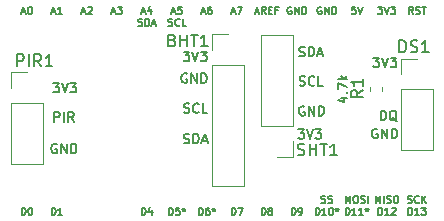
<source format=gbr>
G04 #@! TF.GenerationSoftware,KiCad,Pcbnew,5.1.5*
G04 #@! TF.CreationDate,2019-12-05T19:55:23+01:00*
G04 #@! TF.ProjectId,tiny328room,74696e79-3332-4387-926f-6f6d2e6b6963,rev?*
G04 #@! TF.SameCoordinates,Original*
G04 #@! TF.FileFunction,Legend,Top*
G04 #@! TF.FilePolarity,Positive*
%FSLAX46Y46*%
G04 Gerber Fmt 4.6, Leading zero omitted, Abs format (unit mm)*
G04 Created by KiCad (PCBNEW 5.1.5) date 2019-12-05 19:55:23*
%MOMM*%
%LPD*%
G04 APERTURE LIST*
%ADD10C,0.150000*%
%ADD11C,0.120000*%
G04 APERTURE END LIST*
D10*
X142500428Y-82835704D02*
X142500428Y-82035704D01*
X142690904Y-82035704D01*
X142805190Y-82073800D01*
X142881380Y-82149990D01*
X142919476Y-82226180D01*
X142957571Y-82378561D01*
X142957571Y-82492847D01*
X142919476Y-82645228D01*
X142881380Y-82721419D01*
X142805190Y-82797609D01*
X142690904Y-82835704D01*
X142500428Y-82835704D01*
X143833761Y-82911895D02*
X143757571Y-82873800D01*
X143681380Y-82797609D01*
X143567095Y-82683323D01*
X143490904Y-82645228D01*
X143414714Y-82645228D01*
X143452809Y-82835704D02*
X143376619Y-82797609D01*
X143300428Y-82721419D01*
X143262333Y-82569038D01*
X143262333Y-82302371D01*
X143300428Y-82149990D01*
X143376619Y-82073800D01*
X143452809Y-82035704D01*
X143605190Y-82035704D01*
X143681380Y-82073800D01*
X143757571Y-82149990D01*
X143795666Y-82302371D01*
X143795666Y-82569038D01*
X143757571Y-82721419D01*
X143681380Y-82797609D01*
X143605190Y-82835704D01*
X143452809Y-82835704D01*
X125825371Y-84778809D02*
X125939657Y-84816904D01*
X126130133Y-84816904D01*
X126206323Y-84778809D01*
X126244419Y-84740714D01*
X126282514Y-84664523D01*
X126282514Y-84588333D01*
X126244419Y-84512142D01*
X126206323Y-84474047D01*
X126130133Y-84435952D01*
X125977752Y-84397857D01*
X125901561Y-84359761D01*
X125863466Y-84321666D01*
X125825371Y-84245476D01*
X125825371Y-84169285D01*
X125863466Y-84093095D01*
X125901561Y-84055000D01*
X125977752Y-84016904D01*
X126168228Y-84016904D01*
X126282514Y-84055000D01*
X126625371Y-84816904D02*
X126625371Y-84016904D01*
X126815847Y-84016904D01*
X126930133Y-84055000D01*
X127006323Y-84131190D01*
X127044419Y-84207380D01*
X127082514Y-84359761D01*
X127082514Y-84474047D01*
X127044419Y-84626428D01*
X127006323Y-84702619D01*
X126930133Y-84778809D01*
X126815847Y-84816904D01*
X126625371Y-84816904D01*
X127387276Y-84588333D02*
X127768228Y-84588333D01*
X127311085Y-84816904D02*
X127577752Y-84016904D01*
X127844419Y-84816904D01*
X135604371Y-77412809D02*
X135718657Y-77450904D01*
X135909133Y-77450904D01*
X135985323Y-77412809D01*
X136023419Y-77374714D01*
X136061514Y-77298523D01*
X136061514Y-77222333D01*
X136023419Y-77146142D01*
X135985323Y-77108047D01*
X135909133Y-77069952D01*
X135756752Y-77031857D01*
X135680561Y-76993761D01*
X135642466Y-76955666D01*
X135604371Y-76879476D01*
X135604371Y-76803285D01*
X135642466Y-76727095D01*
X135680561Y-76689000D01*
X135756752Y-76650904D01*
X135947228Y-76650904D01*
X136061514Y-76689000D01*
X136404371Y-77450904D02*
X136404371Y-76650904D01*
X136594847Y-76650904D01*
X136709133Y-76689000D01*
X136785323Y-76765190D01*
X136823419Y-76841380D01*
X136861514Y-76993761D01*
X136861514Y-77108047D01*
X136823419Y-77260428D01*
X136785323Y-77336619D01*
X136709133Y-77412809D01*
X136594847Y-77450904D01*
X136404371Y-77450904D01*
X137166276Y-77222333D02*
X137547228Y-77222333D01*
X137090085Y-77450904D02*
X137356752Y-76650904D01*
X137623419Y-77450904D01*
X135623419Y-79876609D02*
X135737704Y-79914704D01*
X135928180Y-79914704D01*
X136004371Y-79876609D01*
X136042466Y-79838514D01*
X136080561Y-79762323D01*
X136080561Y-79686133D01*
X136042466Y-79609942D01*
X136004371Y-79571847D01*
X135928180Y-79533752D01*
X135775800Y-79495657D01*
X135699609Y-79457561D01*
X135661514Y-79419466D01*
X135623419Y-79343276D01*
X135623419Y-79267085D01*
X135661514Y-79190895D01*
X135699609Y-79152800D01*
X135775800Y-79114704D01*
X135966276Y-79114704D01*
X136080561Y-79152800D01*
X136880561Y-79838514D02*
X136842466Y-79876609D01*
X136728180Y-79914704D01*
X136651990Y-79914704D01*
X136537704Y-79876609D01*
X136461514Y-79800419D01*
X136423419Y-79724228D01*
X136385323Y-79571847D01*
X136385323Y-79457561D01*
X136423419Y-79305180D01*
X136461514Y-79228990D01*
X136537704Y-79152800D01*
X136651990Y-79114704D01*
X136728180Y-79114704D01*
X136842466Y-79152800D01*
X136880561Y-79190895D01*
X137604371Y-79914704D02*
X137223419Y-79914704D01*
X137223419Y-79114704D01*
X125844419Y-82188009D02*
X125958704Y-82226104D01*
X126149180Y-82226104D01*
X126225371Y-82188009D01*
X126263466Y-82149914D01*
X126301561Y-82073723D01*
X126301561Y-81997533D01*
X126263466Y-81921342D01*
X126225371Y-81883247D01*
X126149180Y-81845152D01*
X125996800Y-81807057D01*
X125920609Y-81768961D01*
X125882514Y-81730866D01*
X125844419Y-81654676D01*
X125844419Y-81578485D01*
X125882514Y-81502295D01*
X125920609Y-81464200D01*
X125996800Y-81426104D01*
X126187276Y-81426104D01*
X126301561Y-81464200D01*
X127101561Y-82149914D02*
X127063466Y-82188009D01*
X126949180Y-82226104D01*
X126872990Y-82226104D01*
X126758704Y-82188009D01*
X126682514Y-82111819D01*
X126644419Y-82035628D01*
X126606323Y-81883247D01*
X126606323Y-81768961D01*
X126644419Y-81616580D01*
X126682514Y-81540390D01*
X126758704Y-81464200D01*
X126872990Y-81426104D01*
X126949180Y-81426104D01*
X127063466Y-81464200D01*
X127101561Y-81502295D01*
X127825371Y-82226104D02*
X127444419Y-82226104D01*
X127444419Y-81426104D01*
X114871600Y-82962704D02*
X114871600Y-82162704D01*
X115176361Y-82162704D01*
X115252552Y-82200800D01*
X115290647Y-82238895D01*
X115328742Y-82315085D01*
X115328742Y-82429371D01*
X115290647Y-82505561D01*
X115252552Y-82543657D01*
X115176361Y-82581752D01*
X114871600Y-82581752D01*
X115671600Y-82962704D02*
X115671600Y-82162704D01*
X116509695Y-82962704D02*
X116243028Y-82581752D01*
X116052552Y-82962704D02*
X116052552Y-82162704D01*
X116357314Y-82162704D01*
X116433504Y-82200800D01*
X116471600Y-82238895D01*
X116509695Y-82315085D01*
X116509695Y-82429371D01*
X116471600Y-82505561D01*
X116433504Y-82543657D01*
X116357314Y-82581752D01*
X116052552Y-82581752D01*
X115062076Y-84893200D02*
X114985885Y-84855104D01*
X114871600Y-84855104D01*
X114757314Y-84893200D01*
X114681123Y-84969390D01*
X114643028Y-85045580D01*
X114604933Y-85197961D01*
X114604933Y-85312247D01*
X114643028Y-85464628D01*
X114681123Y-85540819D01*
X114757314Y-85617009D01*
X114871600Y-85655104D01*
X114947790Y-85655104D01*
X115062076Y-85617009D01*
X115100171Y-85578914D01*
X115100171Y-85312247D01*
X114947790Y-85312247D01*
X115443028Y-85655104D02*
X115443028Y-84855104D01*
X115900171Y-85655104D01*
X115900171Y-84855104D01*
X116281123Y-85655104D02*
X116281123Y-84855104D01*
X116471600Y-84855104D01*
X116585885Y-84893200D01*
X116662076Y-84969390D01*
X116700171Y-85045580D01*
X116738266Y-85197961D01*
X116738266Y-85312247D01*
X116700171Y-85464628D01*
X116662076Y-85540819D01*
X116585885Y-85617009D01*
X116471600Y-85655104D01*
X116281123Y-85655104D01*
X126085676Y-78924200D02*
X126009485Y-78886104D01*
X125895200Y-78886104D01*
X125780914Y-78924200D01*
X125704723Y-79000390D01*
X125666628Y-79076580D01*
X125628533Y-79228961D01*
X125628533Y-79343247D01*
X125666628Y-79495628D01*
X125704723Y-79571819D01*
X125780914Y-79648009D01*
X125895200Y-79686104D01*
X125971390Y-79686104D01*
X126085676Y-79648009D01*
X126123771Y-79609914D01*
X126123771Y-79343247D01*
X125971390Y-79343247D01*
X126466628Y-79686104D02*
X126466628Y-78886104D01*
X126923771Y-79686104D01*
X126923771Y-78886104D01*
X127304723Y-79686104D02*
X127304723Y-78886104D01*
X127495200Y-78886104D01*
X127609485Y-78924200D01*
X127685676Y-79000390D01*
X127723771Y-79076580D01*
X127761866Y-79228961D01*
X127761866Y-79343247D01*
X127723771Y-79495628D01*
X127685676Y-79571819D01*
X127609485Y-79648009D01*
X127495200Y-79686104D01*
X127304723Y-79686104D01*
X136017076Y-81692800D02*
X135940885Y-81654704D01*
X135826600Y-81654704D01*
X135712314Y-81692800D01*
X135636123Y-81768990D01*
X135598028Y-81845180D01*
X135559933Y-81997561D01*
X135559933Y-82111847D01*
X135598028Y-82264228D01*
X135636123Y-82340419D01*
X135712314Y-82416609D01*
X135826600Y-82454704D01*
X135902790Y-82454704D01*
X136017076Y-82416609D01*
X136055171Y-82378514D01*
X136055171Y-82111847D01*
X135902790Y-82111847D01*
X136398028Y-82454704D02*
X136398028Y-81654704D01*
X136855171Y-82454704D01*
X136855171Y-81654704D01*
X137236123Y-82454704D02*
X137236123Y-81654704D01*
X137426600Y-81654704D01*
X137540885Y-81692800D01*
X137617076Y-81768990D01*
X137655171Y-81845180D01*
X137693266Y-81997561D01*
X137693266Y-82111847D01*
X137655171Y-82264228D01*
X137617076Y-82340419D01*
X137540885Y-82416609D01*
X137426600Y-82454704D01*
X137236123Y-82454704D01*
X142214676Y-83597800D02*
X142138485Y-83559704D01*
X142024200Y-83559704D01*
X141909914Y-83597800D01*
X141833723Y-83673990D01*
X141795628Y-83750180D01*
X141757533Y-83902561D01*
X141757533Y-84016847D01*
X141795628Y-84169228D01*
X141833723Y-84245419D01*
X141909914Y-84321609D01*
X142024200Y-84359704D01*
X142100390Y-84359704D01*
X142214676Y-84321609D01*
X142252771Y-84283514D01*
X142252771Y-84016847D01*
X142100390Y-84016847D01*
X142595628Y-84359704D02*
X142595628Y-83559704D01*
X143052771Y-84359704D01*
X143052771Y-83559704D01*
X143433723Y-84359704D02*
X143433723Y-83559704D01*
X143624200Y-83559704D01*
X143738485Y-83597800D01*
X143814676Y-83673990D01*
X143852771Y-83750180D01*
X143890866Y-83902561D01*
X143890866Y-84016847D01*
X143852771Y-84169228D01*
X143814676Y-84245419D01*
X143738485Y-84321609D01*
X143624200Y-84359704D01*
X143433723Y-84359704D01*
X141884523Y-77565304D02*
X142379761Y-77565304D01*
X142113095Y-77870066D01*
X142227380Y-77870066D01*
X142303571Y-77908161D01*
X142341666Y-77946257D01*
X142379761Y-78022447D01*
X142379761Y-78212923D01*
X142341666Y-78289114D01*
X142303571Y-78327209D01*
X142227380Y-78365304D01*
X141998809Y-78365304D01*
X141922619Y-78327209D01*
X141884523Y-78289114D01*
X142608333Y-77565304D02*
X142875000Y-78365304D01*
X143141666Y-77565304D01*
X143332142Y-77565304D02*
X143827380Y-77565304D01*
X143560714Y-77870066D01*
X143675000Y-77870066D01*
X143751190Y-77908161D01*
X143789285Y-77946257D01*
X143827380Y-78022447D01*
X143827380Y-78212923D01*
X143789285Y-78289114D01*
X143751190Y-78327209D01*
X143675000Y-78365304D01*
X143446428Y-78365304D01*
X143370238Y-78327209D01*
X143332142Y-78289114D01*
X139147571Y-80956057D02*
X139680904Y-80956057D01*
X138842809Y-81146533D02*
X139414238Y-81337009D01*
X139414238Y-80841771D01*
X139604714Y-80537009D02*
X139642809Y-80498914D01*
X139680904Y-80537009D01*
X139642809Y-80575104D01*
X139604714Y-80537009D01*
X139680904Y-80537009D01*
X138880904Y-80232247D02*
X138880904Y-79698914D01*
X139680904Y-80041771D01*
X139680904Y-79394152D02*
X138880904Y-79394152D01*
X139376142Y-79317961D02*
X139680904Y-79089390D01*
X139147571Y-79089390D02*
X139452333Y-79394152D01*
X135509123Y-83610504D02*
X136004361Y-83610504D01*
X135737695Y-83915266D01*
X135851980Y-83915266D01*
X135928171Y-83953361D01*
X135966266Y-83991457D01*
X136004361Y-84067647D01*
X136004361Y-84258123D01*
X135966266Y-84334314D01*
X135928171Y-84372409D01*
X135851980Y-84410504D01*
X135623409Y-84410504D01*
X135547219Y-84372409D01*
X135509123Y-84334314D01*
X136232933Y-83610504D02*
X136499600Y-84410504D01*
X136766266Y-83610504D01*
X136956742Y-83610504D02*
X137451980Y-83610504D01*
X137185314Y-83915266D01*
X137299600Y-83915266D01*
X137375790Y-83953361D01*
X137413885Y-83991457D01*
X137451980Y-84067647D01*
X137451980Y-84258123D01*
X137413885Y-84334314D01*
X137375790Y-84372409D01*
X137299600Y-84410504D01*
X137071028Y-84410504D01*
X136994838Y-84372409D01*
X136956742Y-84334314D01*
X125806323Y-77057304D02*
X126301561Y-77057304D01*
X126034895Y-77362066D01*
X126149180Y-77362066D01*
X126225371Y-77400161D01*
X126263466Y-77438257D01*
X126301561Y-77514447D01*
X126301561Y-77704923D01*
X126263466Y-77781114D01*
X126225371Y-77819209D01*
X126149180Y-77857304D01*
X125920609Y-77857304D01*
X125844419Y-77819209D01*
X125806323Y-77781114D01*
X126530133Y-77057304D02*
X126796800Y-77857304D01*
X127063466Y-77057304D01*
X127253942Y-77057304D02*
X127749180Y-77057304D01*
X127482514Y-77362066D01*
X127596800Y-77362066D01*
X127672990Y-77400161D01*
X127711085Y-77438257D01*
X127749180Y-77514447D01*
X127749180Y-77704923D01*
X127711085Y-77781114D01*
X127672990Y-77819209D01*
X127596800Y-77857304D01*
X127368228Y-77857304D01*
X127292038Y-77819209D01*
X127253942Y-77781114D01*
X114782723Y-79698904D02*
X115277961Y-79698904D01*
X115011295Y-80003666D01*
X115125580Y-80003666D01*
X115201771Y-80041761D01*
X115239866Y-80079857D01*
X115277961Y-80156047D01*
X115277961Y-80346523D01*
X115239866Y-80422714D01*
X115201771Y-80460809D01*
X115125580Y-80498904D01*
X114897009Y-80498904D01*
X114820819Y-80460809D01*
X114782723Y-80422714D01*
X115506533Y-79698904D02*
X115773200Y-80498904D01*
X116039866Y-79698904D01*
X116230342Y-79698904D02*
X116725580Y-79698904D01*
X116458914Y-80003666D01*
X116573200Y-80003666D01*
X116649390Y-80041761D01*
X116687485Y-80079857D01*
X116725580Y-80156047D01*
X116725580Y-80346523D01*
X116687485Y-80422714D01*
X116649390Y-80460809D01*
X116573200Y-80498904D01*
X116344628Y-80498904D01*
X116268438Y-80460809D01*
X116230342Y-80422714D01*
D11*
X128235400Y-88375800D02*
X130895400Y-88375800D01*
X128235400Y-78155800D02*
X128235400Y-88375800D01*
X130895400Y-78155800D02*
X130895400Y-88375800D01*
X128235400Y-78155800D02*
X130895400Y-78155800D01*
X128235400Y-76885800D02*
X128235400Y-75555800D01*
X128235400Y-75555800D02*
X129565400Y-75555800D01*
X135035600Y-75657400D02*
X132375600Y-75657400D01*
X135035600Y-83337400D02*
X135035600Y-75657400D01*
X132375600Y-83337400D02*
X132375600Y-75657400D01*
X135035600Y-83337400D02*
X132375600Y-83337400D01*
X135035600Y-84607400D02*
X135035600Y-85937400D01*
X135035600Y-85937400D02*
X133705600Y-85937400D01*
X144237400Y-77638600D02*
X145567400Y-77638600D01*
X144237400Y-78968600D02*
X144237400Y-77638600D01*
X144237400Y-80238600D02*
X146897400Y-80238600D01*
X146897400Y-80238600D02*
X146897400Y-85378600D01*
X144237400Y-80238600D02*
X144237400Y-85378600D01*
X144237400Y-85378600D02*
X146897400Y-85378600D01*
X111217400Y-86521600D02*
X113877400Y-86521600D01*
X111217400Y-81381600D02*
X111217400Y-86521600D01*
X113877400Y-81381600D02*
X113877400Y-86521600D01*
X111217400Y-81381600D02*
X113877400Y-81381600D01*
X111217400Y-80111600D02*
X111217400Y-78781600D01*
X111217400Y-78781600D02*
X112547400Y-78781600D01*
X142623000Y-80005133D02*
X142623000Y-80347667D01*
X141603000Y-80005133D02*
X141603000Y-80347667D01*
D10*
X124852276Y-76077771D02*
X124995133Y-76125390D01*
X125042752Y-76173009D01*
X125090371Y-76268247D01*
X125090371Y-76411104D01*
X125042752Y-76506342D01*
X124995133Y-76553961D01*
X124899895Y-76601580D01*
X124518942Y-76601580D01*
X124518942Y-75601580D01*
X124852276Y-75601580D01*
X124947514Y-75649200D01*
X124995133Y-75696819D01*
X125042752Y-75792057D01*
X125042752Y-75887295D01*
X124995133Y-75982533D01*
X124947514Y-76030152D01*
X124852276Y-76077771D01*
X124518942Y-76077771D01*
X125518942Y-76601580D02*
X125518942Y-75601580D01*
X125518942Y-76077771D02*
X126090371Y-76077771D01*
X126090371Y-76601580D02*
X126090371Y-75601580D01*
X126423704Y-75601580D02*
X126995133Y-75601580D01*
X126709419Y-76601580D02*
X126709419Y-75601580D01*
X127852276Y-76601580D02*
X127280847Y-76601580D01*
X127566561Y-76601580D02*
X127566561Y-75601580D01*
X127471323Y-75744438D01*
X127376085Y-75839676D01*
X127280847Y-75887295D01*
X135467933Y-85774161D02*
X135610790Y-85821780D01*
X135848885Y-85821780D01*
X135944123Y-85774161D01*
X135991742Y-85726542D01*
X136039361Y-85631304D01*
X136039361Y-85536066D01*
X135991742Y-85440828D01*
X135944123Y-85393209D01*
X135848885Y-85345590D01*
X135658409Y-85297971D01*
X135563171Y-85250352D01*
X135515552Y-85202733D01*
X135467933Y-85107495D01*
X135467933Y-85012257D01*
X135515552Y-84917019D01*
X135563171Y-84869400D01*
X135658409Y-84821780D01*
X135896504Y-84821780D01*
X136039361Y-84869400D01*
X136467933Y-85821780D02*
X136467933Y-84821780D01*
X136467933Y-85297971D02*
X137039361Y-85297971D01*
X137039361Y-85821780D02*
X137039361Y-84821780D01*
X137372695Y-84821780D02*
X137944123Y-84821780D01*
X137658409Y-85821780D02*
X137658409Y-84821780D01*
X138801266Y-85821780D02*
X138229838Y-85821780D01*
X138515552Y-85821780D02*
X138515552Y-84821780D01*
X138420314Y-84964638D01*
X138325076Y-85059876D01*
X138229838Y-85107495D01*
X144073714Y-77090980D02*
X144073714Y-76090980D01*
X144311809Y-76090980D01*
X144454666Y-76138600D01*
X144549904Y-76233838D01*
X144597523Y-76329076D01*
X144645142Y-76519552D01*
X144645142Y-76662409D01*
X144597523Y-76852885D01*
X144549904Y-76948123D01*
X144454666Y-77043361D01*
X144311809Y-77090980D01*
X144073714Y-77090980D01*
X145026095Y-77043361D02*
X145168952Y-77090980D01*
X145407047Y-77090980D01*
X145502285Y-77043361D01*
X145549904Y-76995742D01*
X145597523Y-76900504D01*
X145597523Y-76805266D01*
X145549904Y-76710028D01*
X145502285Y-76662409D01*
X145407047Y-76614790D01*
X145216571Y-76567171D01*
X145121333Y-76519552D01*
X145073714Y-76471933D01*
X145026095Y-76376695D01*
X145026095Y-76281457D01*
X145073714Y-76186219D01*
X145121333Y-76138600D01*
X145216571Y-76090980D01*
X145454666Y-76090980D01*
X145597523Y-76138600D01*
X146549904Y-77090980D02*
X145978476Y-77090980D01*
X146264190Y-77090980D02*
X146264190Y-76090980D01*
X146168952Y-76233838D01*
X146073714Y-76329076D01*
X145978476Y-76376695D01*
X111706209Y-78277980D02*
X111706209Y-77277980D01*
X112087161Y-77277980D01*
X112182400Y-77325600D01*
X112230019Y-77373219D01*
X112277638Y-77468457D01*
X112277638Y-77611314D01*
X112230019Y-77706552D01*
X112182400Y-77754171D01*
X112087161Y-77801790D01*
X111706209Y-77801790D01*
X112706209Y-78277980D02*
X112706209Y-77277980D01*
X113753828Y-78277980D02*
X113420495Y-77801790D01*
X113182400Y-78277980D02*
X113182400Y-77277980D01*
X113563352Y-77277980D01*
X113658590Y-77325600D01*
X113706209Y-77373219D01*
X113753828Y-77468457D01*
X113753828Y-77611314D01*
X113706209Y-77706552D01*
X113658590Y-77754171D01*
X113563352Y-77801790D01*
X113182400Y-77801790D01*
X114706209Y-78277980D02*
X114134780Y-78277980D01*
X114420495Y-78277980D02*
X114420495Y-77277980D01*
X114325257Y-77420838D01*
X114230019Y-77516076D01*
X114134780Y-77563695D01*
X124520314Y-74829857D02*
X124606028Y-74858428D01*
X124748885Y-74858428D01*
X124806028Y-74829857D01*
X124834600Y-74801285D01*
X124863171Y-74744142D01*
X124863171Y-74687000D01*
X124834600Y-74629857D01*
X124806028Y-74601285D01*
X124748885Y-74572714D01*
X124634600Y-74544142D01*
X124577457Y-74515571D01*
X124548885Y-74487000D01*
X124520314Y-74429857D01*
X124520314Y-74372714D01*
X124548885Y-74315571D01*
X124577457Y-74287000D01*
X124634600Y-74258428D01*
X124777457Y-74258428D01*
X124863171Y-74287000D01*
X125463171Y-74801285D02*
X125434600Y-74829857D01*
X125348885Y-74858428D01*
X125291742Y-74858428D01*
X125206028Y-74829857D01*
X125148885Y-74772714D01*
X125120314Y-74715571D01*
X125091742Y-74601285D01*
X125091742Y-74515571D01*
X125120314Y-74401285D01*
X125148885Y-74344142D01*
X125206028Y-74287000D01*
X125291742Y-74258428D01*
X125348885Y-74258428D01*
X125434600Y-74287000D01*
X125463171Y-74315571D01*
X126006028Y-74858428D02*
X125720314Y-74858428D01*
X125720314Y-74258428D01*
X121966028Y-74829857D02*
X122051742Y-74858428D01*
X122194600Y-74858428D01*
X122251742Y-74829857D01*
X122280314Y-74801285D01*
X122308885Y-74744142D01*
X122308885Y-74687000D01*
X122280314Y-74629857D01*
X122251742Y-74601285D01*
X122194600Y-74572714D01*
X122080314Y-74544142D01*
X122023171Y-74515571D01*
X121994600Y-74487000D01*
X121966028Y-74429857D01*
X121966028Y-74372714D01*
X121994600Y-74315571D01*
X122023171Y-74287000D01*
X122080314Y-74258428D01*
X122223171Y-74258428D01*
X122308885Y-74287000D01*
X122566028Y-74858428D02*
X122566028Y-74258428D01*
X122708885Y-74258428D01*
X122794600Y-74287000D01*
X122851742Y-74344142D01*
X122880314Y-74401285D01*
X122908885Y-74515571D01*
X122908885Y-74601285D01*
X122880314Y-74715571D01*
X122851742Y-74772714D01*
X122794600Y-74829857D01*
X122708885Y-74858428D01*
X122566028Y-74858428D01*
X123137457Y-74687000D02*
X123423171Y-74687000D01*
X123080314Y-74858428D02*
X123280314Y-74258428D01*
X123480314Y-74858428D01*
X144783171Y-89815857D02*
X144868885Y-89844428D01*
X145011742Y-89844428D01*
X145068885Y-89815857D01*
X145097457Y-89787285D01*
X145126028Y-89730142D01*
X145126028Y-89673000D01*
X145097457Y-89615857D01*
X145068885Y-89587285D01*
X145011742Y-89558714D01*
X144897457Y-89530142D01*
X144840314Y-89501571D01*
X144811742Y-89473000D01*
X144783171Y-89415857D01*
X144783171Y-89358714D01*
X144811742Y-89301571D01*
X144840314Y-89273000D01*
X144897457Y-89244428D01*
X145040314Y-89244428D01*
X145126028Y-89273000D01*
X145726028Y-89787285D02*
X145697457Y-89815857D01*
X145611742Y-89844428D01*
X145554600Y-89844428D01*
X145468885Y-89815857D01*
X145411742Y-89758714D01*
X145383171Y-89701571D01*
X145354600Y-89587285D01*
X145354600Y-89501571D01*
X145383171Y-89387285D01*
X145411742Y-89330142D01*
X145468885Y-89273000D01*
X145554600Y-89244428D01*
X145611742Y-89244428D01*
X145697457Y-89273000D01*
X145726028Y-89301571D01*
X145983171Y-89844428D02*
X145983171Y-89244428D01*
X146326028Y-89844428D02*
X146068885Y-89501571D01*
X146326028Y-89244428D02*
X145983171Y-89587285D01*
X142071742Y-89844428D02*
X142071742Y-89244428D01*
X142271742Y-89673000D01*
X142471742Y-89244428D01*
X142471742Y-89844428D01*
X142757457Y-89844428D02*
X142757457Y-89244428D01*
X143014600Y-89815857D02*
X143100314Y-89844428D01*
X143243171Y-89844428D01*
X143300314Y-89815857D01*
X143328885Y-89787285D01*
X143357457Y-89730142D01*
X143357457Y-89673000D01*
X143328885Y-89615857D01*
X143300314Y-89587285D01*
X143243171Y-89558714D01*
X143128885Y-89530142D01*
X143071742Y-89501571D01*
X143043171Y-89473000D01*
X143014600Y-89415857D01*
X143014600Y-89358714D01*
X143043171Y-89301571D01*
X143071742Y-89273000D01*
X143128885Y-89244428D01*
X143271742Y-89244428D01*
X143357457Y-89273000D01*
X143728885Y-89244428D02*
X143843171Y-89244428D01*
X143900314Y-89273000D01*
X143957457Y-89330142D01*
X143986028Y-89444428D01*
X143986028Y-89644428D01*
X143957457Y-89758714D01*
X143900314Y-89815857D01*
X143843171Y-89844428D01*
X143728885Y-89844428D01*
X143671742Y-89815857D01*
X143614600Y-89758714D01*
X143586028Y-89644428D01*
X143586028Y-89444428D01*
X143614600Y-89330142D01*
X143671742Y-89273000D01*
X143728885Y-89244428D01*
X139531742Y-89844428D02*
X139531742Y-89244428D01*
X139731742Y-89673000D01*
X139931742Y-89244428D01*
X139931742Y-89844428D01*
X140331742Y-89244428D02*
X140446028Y-89244428D01*
X140503171Y-89273000D01*
X140560314Y-89330142D01*
X140588885Y-89444428D01*
X140588885Y-89644428D01*
X140560314Y-89758714D01*
X140503171Y-89815857D01*
X140446028Y-89844428D01*
X140331742Y-89844428D01*
X140274600Y-89815857D01*
X140217457Y-89758714D01*
X140188885Y-89644428D01*
X140188885Y-89444428D01*
X140217457Y-89330142D01*
X140274600Y-89273000D01*
X140331742Y-89244428D01*
X140817457Y-89815857D02*
X140903171Y-89844428D01*
X141046028Y-89844428D01*
X141103171Y-89815857D01*
X141131742Y-89787285D01*
X141160314Y-89730142D01*
X141160314Y-89673000D01*
X141131742Y-89615857D01*
X141103171Y-89587285D01*
X141046028Y-89558714D01*
X140931742Y-89530142D01*
X140874600Y-89501571D01*
X140846028Y-89473000D01*
X140817457Y-89415857D01*
X140817457Y-89358714D01*
X140846028Y-89301571D01*
X140874600Y-89273000D01*
X140931742Y-89244428D01*
X141074600Y-89244428D01*
X141160314Y-89273000D01*
X141417457Y-89844428D02*
X141417457Y-89244428D01*
X137477457Y-89815857D02*
X137563171Y-89844428D01*
X137706028Y-89844428D01*
X137763171Y-89815857D01*
X137791742Y-89787285D01*
X137820314Y-89730142D01*
X137820314Y-89673000D01*
X137791742Y-89615857D01*
X137763171Y-89587285D01*
X137706028Y-89558714D01*
X137591742Y-89530142D01*
X137534600Y-89501571D01*
X137506028Y-89473000D01*
X137477457Y-89415857D01*
X137477457Y-89358714D01*
X137506028Y-89301571D01*
X137534600Y-89273000D01*
X137591742Y-89244428D01*
X137734600Y-89244428D01*
X137820314Y-89273000D01*
X138048885Y-89815857D02*
X138134600Y-89844428D01*
X138277457Y-89844428D01*
X138334600Y-89815857D01*
X138363171Y-89787285D01*
X138391742Y-89730142D01*
X138391742Y-89673000D01*
X138363171Y-89615857D01*
X138334600Y-89587285D01*
X138277457Y-89558714D01*
X138163171Y-89530142D01*
X138106028Y-89501571D01*
X138077457Y-89473000D01*
X138048885Y-89415857D01*
X138048885Y-89358714D01*
X138077457Y-89301571D01*
X138106028Y-89273000D01*
X138163171Y-89244428D01*
X138306028Y-89244428D01*
X138391742Y-89273000D01*
X145226028Y-73842428D02*
X145026028Y-73556714D01*
X144883171Y-73842428D02*
X144883171Y-73242428D01*
X145111742Y-73242428D01*
X145168885Y-73271000D01*
X145197457Y-73299571D01*
X145226028Y-73356714D01*
X145226028Y-73442428D01*
X145197457Y-73499571D01*
X145168885Y-73528142D01*
X145111742Y-73556714D01*
X144883171Y-73556714D01*
X145454600Y-73813857D02*
X145540314Y-73842428D01*
X145683171Y-73842428D01*
X145740314Y-73813857D01*
X145768885Y-73785285D01*
X145797457Y-73728142D01*
X145797457Y-73671000D01*
X145768885Y-73613857D01*
X145740314Y-73585285D01*
X145683171Y-73556714D01*
X145568885Y-73528142D01*
X145511742Y-73499571D01*
X145483171Y-73471000D01*
X145454600Y-73413857D01*
X145454600Y-73356714D01*
X145483171Y-73299571D01*
X145511742Y-73271000D01*
X145568885Y-73242428D01*
X145711742Y-73242428D01*
X145797457Y-73271000D01*
X145968885Y-73242428D02*
X146311742Y-73242428D01*
X146140314Y-73842428D02*
X146140314Y-73242428D01*
X142271742Y-73242428D02*
X142643171Y-73242428D01*
X142443171Y-73471000D01*
X142528885Y-73471000D01*
X142586028Y-73499571D01*
X142614600Y-73528142D01*
X142643171Y-73585285D01*
X142643171Y-73728142D01*
X142614600Y-73785285D01*
X142586028Y-73813857D01*
X142528885Y-73842428D01*
X142357457Y-73842428D01*
X142300314Y-73813857D01*
X142271742Y-73785285D01*
X142814600Y-73242428D02*
X143014600Y-73842428D01*
X143214600Y-73242428D01*
X143357457Y-73242428D02*
X143728885Y-73242428D01*
X143528885Y-73471000D01*
X143614600Y-73471000D01*
X143671742Y-73499571D01*
X143700314Y-73528142D01*
X143728885Y-73585285D01*
X143728885Y-73728142D01*
X143700314Y-73785285D01*
X143671742Y-73813857D01*
X143614600Y-73842428D01*
X143443171Y-73842428D01*
X143386028Y-73813857D01*
X143357457Y-73785285D01*
X140360314Y-73242428D02*
X140074600Y-73242428D01*
X140046028Y-73528142D01*
X140074600Y-73499571D01*
X140131742Y-73471000D01*
X140274600Y-73471000D01*
X140331742Y-73499571D01*
X140360314Y-73528142D01*
X140388885Y-73585285D01*
X140388885Y-73728142D01*
X140360314Y-73785285D01*
X140331742Y-73813857D01*
X140274600Y-73842428D01*
X140131742Y-73842428D01*
X140074600Y-73813857D01*
X140046028Y-73785285D01*
X140560314Y-73242428D02*
X140760314Y-73842428D01*
X140960314Y-73242428D01*
X137477457Y-73271000D02*
X137420314Y-73242428D01*
X137334600Y-73242428D01*
X137248885Y-73271000D01*
X137191742Y-73328142D01*
X137163171Y-73385285D01*
X137134600Y-73499571D01*
X137134600Y-73585285D01*
X137163171Y-73699571D01*
X137191742Y-73756714D01*
X137248885Y-73813857D01*
X137334600Y-73842428D01*
X137391742Y-73842428D01*
X137477457Y-73813857D01*
X137506028Y-73785285D01*
X137506028Y-73585285D01*
X137391742Y-73585285D01*
X137763171Y-73842428D02*
X137763171Y-73242428D01*
X138106028Y-73842428D01*
X138106028Y-73242428D01*
X138391742Y-73842428D02*
X138391742Y-73242428D01*
X138534600Y-73242428D01*
X138620314Y-73271000D01*
X138677457Y-73328142D01*
X138706028Y-73385285D01*
X138734600Y-73499571D01*
X138734600Y-73585285D01*
X138706028Y-73699571D01*
X138677457Y-73756714D01*
X138620314Y-73813857D01*
X138534600Y-73842428D01*
X138391742Y-73842428D01*
X134937457Y-73271000D02*
X134880314Y-73242428D01*
X134794600Y-73242428D01*
X134708885Y-73271000D01*
X134651742Y-73328142D01*
X134623171Y-73385285D01*
X134594600Y-73499571D01*
X134594600Y-73585285D01*
X134623171Y-73699571D01*
X134651742Y-73756714D01*
X134708885Y-73813857D01*
X134794600Y-73842428D01*
X134851742Y-73842428D01*
X134937457Y-73813857D01*
X134966028Y-73785285D01*
X134966028Y-73585285D01*
X134851742Y-73585285D01*
X135223171Y-73842428D02*
X135223171Y-73242428D01*
X135566028Y-73842428D01*
X135566028Y-73242428D01*
X135851742Y-73842428D02*
X135851742Y-73242428D01*
X135994600Y-73242428D01*
X136080314Y-73271000D01*
X136137457Y-73328142D01*
X136166028Y-73385285D01*
X136194600Y-73499571D01*
X136194600Y-73585285D01*
X136166028Y-73699571D01*
X136137457Y-73756714D01*
X136080314Y-73813857D01*
X135994600Y-73842428D01*
X135851742Y-73842428D01*
X131883171Y-73671000D02*
X132168885Y-73671000D01*
X131826028Y-73842428D02*
X132026028Y-73242428D01*
X132226028Y-73842428D01*
X132768885Y-73842428D02*
X132568885Y-73556714D01*
X132426028Y-73842428D02*
X132426028Y-73242428D01*
X132654600Y-73242428D01*
X132711742Y-73271000D01*
X132740314Y-73299571D01*
X132768885Y-73356714D01*
X132768885Y-73442428D01*
X132740314Y-73499571D01*
X132711742Y-73528142D01*
X132654600Y-73556714D01*
X132426028Y-73556714D01*
X133026028Y-73528142D02*
X133226028Y-73528142D01*
X133311742Y-73842428D02*
X133026028Y-73842428D01*
X133026028Y-73242428D01*
X133311742Y-73242428D01*
X133768885Y-73528142D02*
X133568885Y-73528142D01*
X133568885Y-73842428D02*
X133568885Y-73242428D01*
X133854600Y-73242428D01*
X129886028Y-73671000D02*
X130171742Y-73671000D01*
X129828885Y-73842428D02*
X130028885Y-73242428D01*
X130228885Y-73842428D01*
X130371742Y-73242428D02*
X130771742Y-73242428D01*
X130514600Y-73842428D01*
X127346028Y-73671000D02*
X127631742Y-73671000D01*
X127288885Y-73842428D02*
X127488885Y-73242428D01*
X127688885Y-73842428D01*
X128146028Y-73242428D02*
X128031742Y-73242428D01*
X127974600Y-73271000D01*
X127946028Y-73299571D01*
X127888885Y-73385285D01*
X127860314Y-73499571D01*
X127860314Y-73728142D01*
X127888885Y-73785285D01*
X127917457Y-73813857D01*
X127974600Y-73842428D01*
X128088885Y-73842428D01*
X128146028Y-73813857D01*
X128174600Y-73785285D01*
X128203171Y-73728142D01*
X128203171Y-73585285D01*
X128174600Y-73528142D01*
X128146028Y-73499571D01*
X128088885Y-73471000D01*
X127974600Y-73471000D01*
X127917457Y-73499571D01*
X127888885Y-73528142D01*
X127860314Y-73585285D01*
X124806028Y-73671000D02*
X125091742Y-73671000D01*
X124748885Y-73842428D02*
X124948885Y-73242428D01*
X125148885Y-73842428D01*
X125634600Y-73242428D02*
X125348885Y-73242428D01*
X125320314Y-73528142D01*
X125348885Y-73499571D01*
X125406028Y-73471000D01*
X125548885Y-73471000D01*
X125606028Y-73499571D01*
X125634600Y-73528142D01*
X125663171Y-73585285D01*
X125663171Y-73728142D01*
X125634600Y-73785285D01*
X125606028Y-73813857D01*
X125548885Y-73842428D01*
X125406028Y-73842428D01*
X125348885Y-73813857D01*
X125320314Y-73785285D01*
X122266028Y-73671000D02*
X122551742Y-73671000D01*
X122208885Y-73842428D02*
X122408885Y-73242428D01*
X122608885Y-73842428D01*
X123066028Y-73442428D02*
X123066028Y-73842428D01*
X122923171Y-73213857D02*
X122780314Y-73642428D01*
X123151742Y-73642428D01*
X119726028Y-73671000D02*
X120011742Y-73671000D01*
X119668885Y-73842428D02*
X119868885Y-73242428D01*
X120068885Y-73842428D01*
X120211742Y-73242428D02*
X120583171Y-73242428D01*
X120383171Y-73471000D01*
X120468885Y-73471000D01*
X120526028Y-73499571D01*
X120554600Y-73528142D01*
X120583171Y-73585285D01*
X120583171Y-73728142D01*
X120554600Y-73785285D01*
X120526028Y-73813857D01*
X120468885Y-73842428D01*
X120297457Y-73842428D01*
X120240314Y-73813857D01*
X120211742Y-73785285D01*
X117186028Y-73671000D02*
X117471742Y-73671000D01*
X117128885Y-73842428D02*
X117328885Y-73242428D01*
X117528885Y-73842428D01*
X117700314Y-73299571D02*
X117728885Y-73271000D01*
X117786028Y-73242428D01*
X117928885Y-73242428D01*
X117986028Y-73271000D01*
X118014600Y-73299571D01*
X118043171Y-73356714D01*
X118043171Y-73413857D01*
X118014600Y-73499571D01*
X117671742Y-73842428D01*
X118043171Y-73842428D01*
X114646028Y-73671000D02*
X114931742Y-73671000D01*
X114588885Y-73842428D02*
X114788885Y-73242428D01*
X114988885Y-73842428D01*
X115503171Y-73842428D02*
X115160314Y-73842428D01*
X115331742Y-73842428D02*
X115331742Y-73242428D01*
X115274600Y-73328142D01*
X115217457Y-73385285D01*
X115160314Y-73413857D01*
X112106028Y-73671000D02*
X112391742Y-73671000D01*
X112048885Y-73842428D02*
X112248885Y-73242428D01*
X112448885Y-73842428D01*
X112763171Y-73242428D02*
X112820314Y-73242428D01*
X112877457Y-73271000D01*
X112906028Y-73299571D01*
X112934600Y-73356714D01*
X112963171Y-73471000D01*
X112963171Y-73613857D01*
X112934600Y-73728142D01*
X112906028Y-73785285D01*
X112877457Y-73813857D01*
X112820314Y-73842428D01*
X112763171Y-73842428D01*
X112706028Y-73813857D01*
X112677457Y-73785285D01*
X112648885Y-73728142D01*
X112620314Y-73613857D01*
X112620314Y-73471000D01*
X112648885Y-73356714D01*
X112677457Y-73299571D01*
X112706028Y-73271000D01*
X112763171Y-73242428D01*
X144826028Y-90860428D02*
X144826028Y-90260428D01*
X144968885Y-90260428D01*
X145054600Y-90289000D01*
X145111742Y-90346142D01*
X145140314Y-90403285D01*
X145168885Y-90517571D01*
X145168885Y-90603285D01*
X145140314Y-90717571D01*
X145111742Y-90774714D01*
X145054600Y-90831857D01*
X144968885Y-90860428D01*
X144826028Y-90860428D01*
X145740314Y-90860428D02*
X145397457Y-90860428D01*
X145568885Y-90860428D02*
X145568885Y-90260428D01*
X145511742Y-90346142D01*
X145454600Y-90403285D01*
X145397457Y-90431857D01*
X145940314Y-90260428D02*
X146311742Y-90260428D01*
X146111742Y-90489000D01*
X146197457Y-90489000D01*
X146254600Y-90517571D01*
X146283171Y-90546142D01*
X146311742Y-90603285D01*
X146311742Y-90746142D01*
X146283171Y-90803285D01*
X146254600Y-90831857D01*
X146197457Y-90860428D01*
X146026028Y-90860428D01*
X145968885Y-90831857D01*
X145940314Y-90803285D01*
X142286028Y-90860428D02*
X142286028Y-90260428D01*
X142428885Y-90260428D01*
X142514600Y-90289000D01*
X142571742Y-90346142D01*
X142600314Y-90403285D01*
X142628885Y-90517571D01*
X142628885Y-90603285D01*
X142600314Y-90717571D01*
X142571742Y-90774714D01*
X142514600Y-90831857D01*
X142428885Y-90860428D01*
X142286028Y-90860428D01*
X143200314Y-90860428D02*
X142857457Y-90860428D01*
X143028885Y-90860428D02*
X143028885Y-90260428D01*
X142971742Y-90346142D01*
X142914600Y-90403285D01*
X142857457Y-90431857D01*
X143428885Y-90317571D02*
X143457457Y-90289000D01*
X143514600Y-90260428D01*
X143657457Y-90260428D01*
X143714600Y-90289000D01*
X143743171Y-90317571D01*
X143771742Y-90374714D01*
X143771742Y-90431857D01*
X143743171Y-90517571D01*
X143400314Y-90860428D01*
X143771742Y-90860428D01*
X139517457Y-90860428D02*
X139517457Y-90260428D01*
X139660314Y-90260428D01*
X139746028Y-90289000D01*
X139803171Y-90346142D01*
X139831742Y-90403285D01*
X139860314Y-90517571D01*
X139860314Y-90603285D01*
X139831742Y-90717571D01*
X139803171Y-90774714D01*
X139746028Y-90831857D01*
X139660314Y-90860428D01*
X139517457Y-90860428D01*
X140431742Y-90860428D02*
X140088885Y-90860428D01*
X140260314Y-90860428D02*
X140260314Y-90260428D01*
X140203171Y-90346142D01*
X140146028Y-90403285D01*
X140088885Y-90431857D01*
X141003171Y-90860428D02*
X140660314Y-90860428D01*
X140831742Y-90860428D02*
X140831742Y-90260428D01*
X140774600Y-90346142D01*
X140717457Y-90403285D01*
X140660314Y-90431857D01*
X141346028Y-90260428D02*
X141346028Y-90403285D01*
X141203171Y-90346142D02*
X141346028Y-90403285D01*
X141488885Y-90346142D01*
X141260314Y-90517571D02*
X141346028Y-90403285D01*
X141431742Y-90517571D01*
X136977457Y-90860428D02*
X136977457Y-90260428D01*
X137120314Y-90260428D01*
X137206028Y-90289000D01*
X137263171Y-90346142D01*
X137291742Y-90403285D01*
X137320314Y-90517571D01*
X137320314Y-90603285D01*
X137291742Y-90717571D01*
X137263171Y-90774714D01*
X137206028Y-90831857D01*
X137120314Y-90860428D01*
X136977457Y-90860428D01*
X137891742Y-90860428D02*
X137548885Y-90860428D01*
X137720314Y-90860428D02*
X137720314Y-90260428D01*
X137663171Y-90346142D01*
X137606028Y-90403285D01*
X137548885Y-90431857D01*
X138263171Y-90260428D02*
X138320314Y-90260428D01*
X138377457Y-90289000D01*
X138406028Y-90317571D01*
X138434600Y-90374714D01*
X138463171Y-90489000D01*
X138463171Y-90631857D01*
X138434600Y-90746142D01*
X138406028Y-90803285D01*
X138377457Y-90831857D01*
X138320314Y-90860428D01*
X138263171Y-90860428D01*
X138206028Y-90831857D01*
X138177457Y-90803285D01*
X138148885Y-90746142D01*
X138120314Y-90631857D01*
X138120314Y-90489000D01*
X138148885Y-90374714D01*
X138177457Y-90317571D01*
X138206028Y-90289000D01*
X138263171Y-90260428D01*
X138806028Y-90260428D02*
X138806028Y-90403285D01*
X138663171Y-90346142D02*
X138806028Y-90403285D01*
X138948885Y-90346142D01*
X138720314Y-90517571D02*
X138806028Y-90403285D01*
X138891742Y-90517571D01*
X134951742Y-90860428D02*
X134951742Y-90260428D01*
X135094600Y-90260428D01*
X135180314Y-90289000D01*
X135237457Y-90346142D01*
X135266028Y-90403285D01*
X135294600Y-90517571D01*
X135294600Y-90603285D01*
X135266028Y-90717571D01*
X135237457Y-90774714D01*
X135180314Y-90831857D01*
X135094600Y-90860428D01*
X134951742Y-90860428D01*
X135580314Y-90860428D02*
X135694600Y-90860428D01*
X135751742Y-90831857D01*
X135780314Y-90803285D01*
X135837457Y-90717571D01*
X135866028Y-90603285D01*
X135866028Y-90374714D01*
X135837457Y-90317571D01*
X135808885Y-90289000D01*
X135751742Y-90260428D01*
X135637457Y-90260428D01*
X135580314Y-90289000D01*
X135551742Y-90317571D01*
X135523171Y-90374714D01*
X135523171Y-90517571D01*
X135551742Y-90574714D01*
X135580314Y-90603285D01*
X135637457Y-90631857D01*
X135751742Y-90631857D01*
X135808885Y-90603285D01*
X135837457Y-90574714D01*
X135866028Y-90517571D01*
X132411742Y-90860428D02*
X132411742Y-90260428D01*
X132554600Y-90260428D01*
X132640314Y-90289000D01*
X132697457Y-90346142D01*
X132726028Y-90403285D01*
X132754600Y-90517571D01*
X132754600Y-90603285D01*
X132726028Y-90717571D01*
X132697457Y-90774714D01*
X132640314Y-90831857D01*
X132554600Y-90860428D01*
X132411742Y-90860428D01*
X133097457Y-90517571D02*
X133040314Y-90489000D01*
X133011742Y-90460428D01*
X132983171Y-90403285D01*
X132983171Y-90374714D01*
X133011742Y-90317571D01*
X133040314Y-90289000D01*
X133097457Y-90260428D01*
X133211742Y-90260428D01*
X133268885Y-90289000D01*
X133297457Y-90317571D01*
X133326028Y-90374714D01*
X133326028Y-90403285D01*
X133297457Y-90460428D01*
X133268885Y-90489000D01*
X133211742Y-90517571D01*
X133097457Y-90517571D01*
X133040314Y-90546142D01*
X133011742Y-90574714D01*
X132983171Y-90631857D01*
X132983171Y-90746142D01*
X133011742Y-90803285D01*
X133040314Y-90831857D01*
X133097457Y-90860428D01*
X133211742Y-90860428D01*
X133268885Y-90831857D01*
X133297457Y-90803285D01*
X133326028Y-90746142D01*
X133326028Y-90631857D01*
X133297457Y-90574714D01*
X133268885Y-90546142D01*
X133211742Y-90517571D01*
X129871742Y-90860428D02*
X129871742Y-90260428D01*
X130014600Y-90260428D01*
X130100314Y-90289000D01*
X130157457Y-90346142D01*
X130186028Y-90403285D01*
X130214600Y-90517571D01*
X130214600Y-90603285D01*
X130186028Y-90717571D01*
X130157457Y-90774714D01*
X130100314Y-90831857D01*
X130014600Y-90860428D01*
X129871742Y-90860428D01*
X130414600Y-90260428D02*
X130814600Y-90260428D01*
X130557457Y-90860428D01*
X127103171Y-90860428D02*
X127103171Y-90260428D01*
X127246028Y-90260428D01*
X127331742Y-90289000D01*
X127388885Y-90346142D01*
X127417457Y-90403285D01*
X127446028Y-90517571D01*
X127446028Y-90603285D01*
X127417457Y-90717571D01*
X127388885Y-90774714D01*
X127331742Y-90831857D01*
X127246028Y-90860428D01*
X127103171Y-90860428D01*
X127960314Y-90260428D02*
X127846028Y-90260428D01*
X127788885Y-90289000D01*
X127760314Y-90317571D01*
X127703171Y-90403285D01*
X127674600Y-90517571D01*
X127674600Y-90746142D01*
X127703171Y-90803285D01*
X127731742Y-90831857D01*
X127788885Y-90860428D01*
X127903171Y-90860428D01*
X127960314Y-90831857D01*
X127988885Y-90803285D01*
X128017457Y-90746142D01*
X128017457Y-90603285D01*
X127988885Y-90546142D01*
X127960314Y-90517571D01*
X127903171Y-90489000D01*
X127788885Y-90489000D01*
X127731742Y-90517571D01*
X127703171Y-90546142D01*
X127674600Y-90603285D01*
X128360314Y-90260428D02*
X128360314Y-90403285D01*
X128217457Y-90346142D02*
X128360314Y-90403285D01*
X128503171Y-90346142D01*
X128274600Y-90517571D02*
X128360314Y-90403285D01*
X128446028Y-90517571D01*
X124563171Y-90860428D02*
X124563171Y-90260428D01*
X124706028Y-90260428D01*
X124791742Y-90289000D01*
X124848885Y-90346142D01*
X124877457Y-90403285D01*
X124906028Y-90517571D01*
X124906028Y-90603285D01*
X124877457Y-90717571D01*
X124848885Y-90774714D01*
X124791742Y-90831857D01*
X124706028Y-90860428D01*
X124563171Y-90860428D01*
X125448885Y-90260428D02*
X125163171Y-90260428D01*
X125134600Y-90546142D01*
X125163171Y-90517571D01*
X125220314Y-90489000D01*
X125363171Y-90489000D01*
X125420314Y-90517571D01*
X125448885Y-90546142D01*
X125477457Y-90603285D01*
X125477457Y-90746142D01*
X125448885Y-90803285D01*
X125420314Y-90831857D01*
X125363171Y-90860428D01*
X125220314Y-90860428D01*
X125163171Y-90831857D01*
X125134600Y-90803285D01*
X125820314Y-90260428D02*
X125820314Y-90403285D01*
X125677457Y-90346142D02*
X125820314Y-90403285D01*
X125963171Y-90346142D01*
X125734600Y-90517571D02*
X125820314Y-90403285D01*
X125906028Y-90517571D01*
X122251742Y-90860428D02*
X122251742Y-90260428D01*
X122394600Y-90260428D01*
X122480314Y-90289000D01*
X122537457Y-90346142D01*
X122566028Y-90403285D01*
X122594600Y-90517571D01*
X122594600Y-90603285D01*
X122566028Y-90717571D01*
X122537457Y-90774714D01*
X122480314Y-90831857D01*
X122394600Y-90860428D01*
X122251742Y-90860428D01*
X123108885Y-90460428D02*
X123108885Y-90860428D01*
X122966028Y-90231857D02*
X122823171Y-90660428D01*
X123194600Y-90660428D01*
X114631742Y-90860428D02*
X114631742Y-90260428D01*
X114774600Y-90260428D01*
X114860314Y-90289000D01*
X114917457Y-90346142D01*
X114946028Y-90403285D01*
X114974600Y-90517571D01*
X114974600Y-90603285D01*
X114946028Y-90717571D01*
X114917457Y-90774714D01*
X114860314Y-90831857D01*
X114774600Y-90860428D01*
X114631742Y-90860428D01*
X115546028Y-90860428D02*
X115203171Y-90860428D01*
X115374600Y-90860428D02*
X115374600Y-90260428D01*
X115317457Y-90346142D01*
X115260314Y-90403285D01*
X115203171Y-90431857D01*
X112091742Y-90860428D02*
X112091742Y-90260428D01*
X112234600Y-90260428D01*
X112320314Y-90289000D01*
X112377457Y-90346142D01*
X112406028Y-90403285D01*
X112434600Y-90517571D01*
X112434600Y-90603285D01*
X112406028Y-90717571D01*
X112377457Y-90774714D01*
X112320314Y-90831857D01*
X112234600Y-90860428D01*
X112091742Y-90860428D01*
X112806028Y-90260428D02*
X112863171Y-90260428D01*
X112920314Y-90289000D01*
X112948885Y-90317571D01*
X112977457Y-90374714D01*
X113006028Y-90489000D01*
X113006028Y-90631857D01*
X112977457Y-90746142D01*
X112948885Y-90803285D01*
X112920314Y-90831857D01*
X112863171Y-90860428D01*
X112806028Y-90860428D01*
X112748885Y-90831857D01*
X112720314Y-90803285D01*
X112691742Y-90746142D01*
X112663171Y-90631857D01*
X112663171Y-90489000D01*
X112691742Y-90374714D01*
X112720314Y-90317571D01*
X112748885Y-90289000D01*
X112806028Y-90260428D01*
X140965180Y-80292266D02*
X140488990Y-80625600D01*
X140965180Y-80863695D02*
X139965180Y-80863695D01*
X139965180Y-80482742D01*
X140012800Y-80387504D01*
X140060419Y-80339885D01*
X140155657Y-80292266D01*
X140298514Y-80292266D01*
X140393752Y-80339885D01*
X140441371Y-80387504D01*
X140488990Y-80482742D01*
X140488990Y-80863695D01*
X140965180Y-79339885D02*
X140965180Y-79911314D01*
X140965180Y-79625600D02*
X139965180Y-79625600D01*
X140108038Y-79720838D01*
X140203276Y-79816076D01*
X140250895Y-79911314D01*
M02*

</source>
